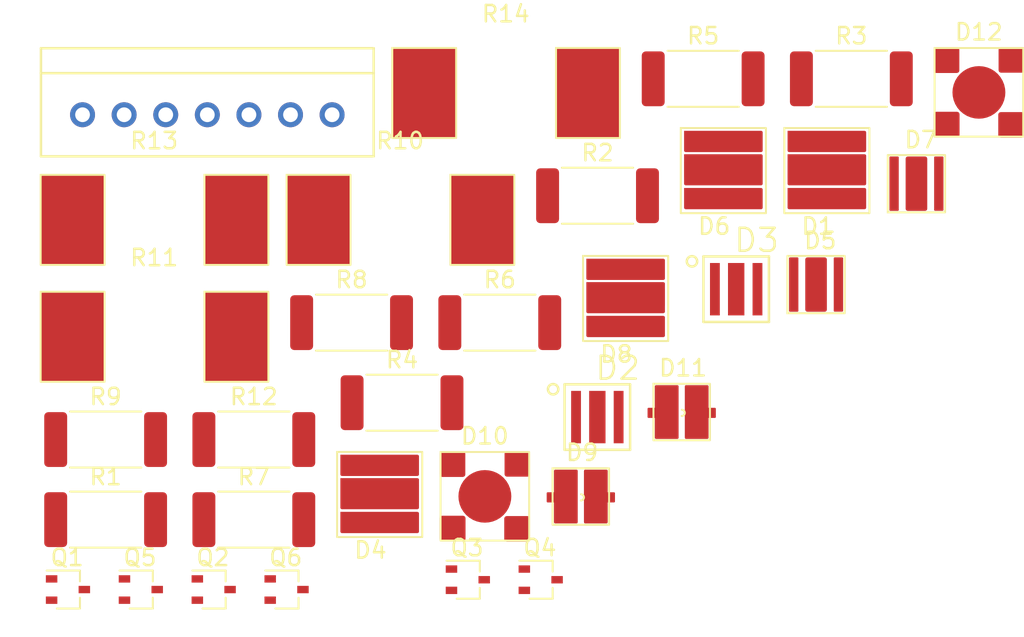
<source format=kicad_pcb>
(kicad_pcb (version 20211014) (generator pcbnew)
  (layers (0 "F.Cu" signal) (31 "B.Cu" signal) (34 "B.Paste" user) (35 "F.Paste" user) (36 "B.SilkS" user "B.Silkscreen") (37 "F.SilkS" user "F.Silkscreen") (38 "B.Mask" user) (39 "F.Mask" user) (44 "Edge.Cuts" user))
  (net 0 "")
  (net 1 "+12V")
  (net 2 "/365nm")
  (net 3 "/310nm")
  (net 4 "/280nm")
  (net 5 "/275nm")
  (net 6 "/260nm")
  (net 7 "GND")
  (net 8 "Net-(D1-Pad1)")
  (net 9 "Net-(D4-Pad1)")
  (net 10 "Net-(D6-Pad1)")
  (net 11 "Net-(D8-Pad1)")
  (net 12 "Net-(D10-Pad1)")
  (net 13 "Net-(D12-Pad1)")
  (net 14 "Net-(Q1-Pad3)")
  (net 15 "Net-(Q2-Pad3)")
  (net 16 "Net-(Q3-Pad3)")
  (net 17 "Net-(Q4-Pad3)")
  (net 18 "Net-(Q5-Pad3)")
  (net 19 "Net-(D2-Pad1)")
  (net 20 "Net-(D3-Pad1)")
  (net 21 "Net-(D5-Pad1)")
  (net 22 "Net-(D7-Pad1)")
  (net 23 "Net-(D9-Pad1)")
  (net 24 "Net-(R10-Pad2)")
  (net 25 "Net-(D11-Pad1)")
  (net 26 "Net-(R13-Pad2)")
  (footprint "MRDT_Devices:310nm" (layer "F.Cu") (at 198.341 106.625)
    (fp_text reference "D6" (at 0 -0.5 unlocked) (layer "F.SilkS"))
    (fp_text value "310nm")
    (fp_rect (start -1.74 -6.23) (end 2.86 -5.13) (layer "F.Cu") (width 0.2) (fill none))
    (fp_rect (start -1.74 -4.8) (end 2.86 -3.1) (layer "F.Cu") (width 0.2) (fill none))
    (fp_rect (start -1.74 -2.74) (end 2.86 -1.64) (layer "F.Cu") (width 0.2) (fill none))
    (fp_rect (start -2.04 -6.5) (end 3.16 -1.3) (layer "F.SilkS") (width 0.12) (fill none))
    (pad "1" smd roundrect (at 0.53 -5.69) (size 4.6515 1.136) (layers "F.Cu" "F.Paste" "F.Mask") (net 10 "Net-(D6-Pad1)"))
    (pad "2" smd roundrect (at 0.56 -2.17) (size 4.6965 1.201) (layers "F.Cu" "F.Paste" "F.Mask") (net 1 "+12V"))
    (pad "3" smd roundrect (at 0.56 -3.96) (size 4.76 1.83) (layers "F.Cu" "F.Paste" "F.Mask"))
  )
  (footprint "MRDT_Devices:275nm LED" (layer "F.Cu") (at 210.621 103.415)
    (fp_text reference "D7" (at 0.33 -2.57 unlocked) (layer "F.SilkS"))
    (fp_text value "275nm")
    (fp_rect (start -1.68 1.86) (end 1.82 -1.64) (layer "F.SilkS") (width 0.12) (fill none))
    (pad "+" smd roundrect (at 1.435 0.10775) (size 0.57 3.3155) (layers "F.Cu" "F.Paste" "F.Mask") (roundrect_rratio 0.1))
    (pad "-" smd roundrect (at -1.295 0.11) (size 0.57 3.32) (layers "F.Cu" "F.Paste" "F.Mask") (roundrect_rratio 0.1))
    (pad "ESD" smd roundrect (at 0.07 0.11) (size 1.32 3.32) (layers "F.Cu" "F.Paste" "F.Mask") (roundrect_rratio 0.1))
  )
  (footprint "Resistor_SMD:R_2512_6332Metric_Pad1.40x3.35mm_HandSolder" (layer "F.Cu") (at 185.246 112.01)
    (fp_text reference "R6" (at 0 -2.62) (layer "F.SilkS"))
    (fp_text value "150")
    (fp_line (start -2.177064 1.71) (end 2.177064 1.71) (layer "F.SilkS") (width 0.12))
    (fp_line (start -2.177064 -1.71) (end 2.177064 -1.71) (layer "F.SilkS") (width 0.12))
    (pad "1" smd roundrect (at -3.05 0) (size 1.4 3.35) (layers "F.Cu" "F.Paste" "F.Mask") (roundrect_rratio 0.178571) (net 10 "Net-(D6-Pad1)"))
    (pad "2" smd roundrect (at 3.05 0) (size 1.4 3.35) (layers "F.Cu" "F.Paste" "F.Mask") (roundrect_rratio 0.178571) (net 15 "Net-(Q2-Pad3)"))
  )
  (footprint "MRDT_Devices:310nm" (layer "F.Cu") (at 177.351 126.405)
    (fp_text reference "D4" (at 0 -0.5 unlocked) (layer "F.SilkS"))
    (fp_text value "310nm")
    (fp_rect (start -1.74 -6.23) (end 2.86 -5.13) (layer "F.Cu") (width 0.2) (fill none))
    (fp_rect (start -1.74 -2.74) (end 2.86 -1.64) (layer "F.Cu") (width 0.2) (fill none))
    (fp_rect (start -1.74 -4.8) (end 2.86 -3.1) (layer "F.Cu") (width 0.2) (fill none))
    (fp_rect (start -2.04 -6.5) (end 3.16 -1.3) (layer "F.SilkS") (width 0.12) (fill none))
    (pad "1" smd roundrect (at 0.53 -5.69) (size 4.6515 1.136) (layers "F.Cu" "F.Paste" "F.Mask") (net 9 "Net-(D4-Pad1)"))
    (pad "2" smd roundrect (at 0.56 -2.17) (size 4.6965 1.201) (layers "F.Cu" "F.Paste" "F.Mask") (net 1 "+12V"))
    (pad "3" smd roundrect (at 0.56 -3.96) (size 4.76 1.83) (layers "F.Cu" "F.Paste" "F.Mask"))
  )
  (footprint "MRDT_Devices:365nm LED" (layer "F.Cu") (at 214.501 97.945)
    (fp_text reference "D12" (at 0 -3.68 unlocked) (layer "F.SilkS"))
    (fp_text value "365nm")
    (fp_rect (start -2.7 -2.705) (end 2.71 2.705) (layer "F.SilkS") (width 0.12) (fill none))
    (pad "1" smd roundrect (at -1.965 -1.965) (size 1.55 1.57) (layers "F.Cu" "F.Paste" "F.Mask") (roundrect_rratio 0.1) (net 13 "Net-(D12-Pad1)"))
    (pad "2" smd roundrect (at 1.9835 -1.979) (size 1.553 1.562) (layers "F.Cu" "F.Paste" "F.Mask") (roundrect_rratio 0.1) (net 1 "+12V"))
    (pad "3" smd roundrect (at 1.9735 1.989) (size 1.573 1.562) (layers "F.Cu" "F.Paste" "F.Mask") (roundrect_rratio 0.1))
    (pad "4" smd roundrect (at -1.9635 1.969) (size 1.573 1.562) (layers "F.Cu" "F.Paste" "F.Mask") (roundrect_rratio 0.1))
    (pad "5" smd roundrect (at 0.005 0.005) (size 3.23 3.21) (layers "F.Cu" "F.Paste" "F.Mask") (roundrect_rratio 0.5))
  )
  (footprint "MRDT_Devices:275nm LED" (layer "F.Cu") (at 204.491 109.575)
    (fp_text reference "D5" (at 0.33 -2.57 unlocked) (layer "F.SilkS"))
    (fp_text value "275nm")
    (fp_rect (start -1.68 1.86) (end 1.82 -1.64) (layer "F.SilkS") (width 0.12) (fill none))
    (pad "+" smd roundrect (at 1.435 0.10775) (size 0.57 3.3155) (layers "F.Cu" "F.Paste" "F.Mask") (roundrect_rratio 0.1))
    (pad "-" smd roundrect (at -1.295 0.11) (size 0.57 3.32) (layers "F.Cu" "F.Paste" "F.Mask") (roundrect_rratio 0.1))
    (pad "ESD" smd roundrect (at 0.07 0.11) (size 1.32 3.32) (layers "F.Cu" "F.Paste" "F.Mask") (roundrect_rratio 0.1))
  )
  (footprint "Resistor_SMD:R_2512_6332Metric_Pad1.40x3.35mm_HandSolder" (layer "F.Cu") (at 191.216 104.26)
    (fp_text reference "R2" (at 0 -2.62) (layer "F.SilkS"))
    (fp_text value "12")
    (fp_line (start -2.177064 -1.71) (end 2.177064 -1.71) (layer "F.SilkS") (width 0.12))
    (fp_line (start -2.177064 1.71) (end 2.177064 1.71) (layer "F.SilkS") (width 0.12))
    (pad "1" smd roundrect (at -3.05 0) (size 1.4 3.35) (layers "F.Cu" "F.Paste" "F.Mask") (roundrect_rratio 0.178571) (net 19 "Net-(D2-Pad1)"))
    (pad "2" smd roundrect (at 3.05 0) (size 1.4 3.35) (layers "F.Cu" "F.Paste" "F.Mask") (roundrect_rratio 0.178571) (net 14 "Net-(Q1-Pad3)"))
  )
  (footprint "Package_TO_SOT_SMD:SOT-323_SC-70" (layer "F.Cu") (at 187.746 127.71)
    (fp_text reference "Q4" (at -0.05 -1.95) (layer "F.SilkS"))
    (fp_text value "BSS214NW")
    (fp_line (start -0.68 1.16) (end 0.73 1.16) (layer "F.SilkS") (width 0.12))
    (fp_line (start 0.73 0.5) (end 0.73 1.16) (layer "F.SilkS") (width 0.12))
    (fp_line (start 0.73 -1.16) (end 0.73 -0.5) (layer "F.SilkS") (width 0.12))
    (fp_line (start 0.73 -1.16) (end -1.3 -1.16) (layer "F.SilkS") (width 0.12))
    (pad "1" smd rect (at -1 -0.65 270) (size 0.45 0.7) (layers "F.Cu" "F.Paste" "F.Mask") (net 4 "/280nm"))
    (pad "2" smd rect (at -1 0.65 270) (size 0.45 0.7) (layers "F.Cu" "F.Paste" "F.Mask") (net 7 "GND"))
    (pad "3" smd rect (at 1 0 270) (size 0.45 0.7) (layers "F.Cu" "F.Paste" "F.Mask") (net 17 "Net-(Q4-Pad3)"))
  )
  (footprint "Resistor_SMD:R_2512_6332Metric_Pad1.40x3.35mm_HandSolder" (layer "F.Cu") (at 179.276 116.9)
    (fp_text reference "R4" (at 0 -2.62) (layer "F.SilkS"))
    (fp_text value "150")
    (fp_line (start -2.177064 -1.71) (end 2.177064 -1.71) (layer "F.SilkS") (width 0.12))
    (fp_line (start -2.177064 1.71) (end 2.177064 1.71) (layer "F.SilkS") (width 0.12))
    (pad "1" smd roundrect (at -3.05 0) (size 1.4 3.35) (layers "F.Cu" "F.Paste" "F.Mask") (roundrect_rratio 0.178571) (net 9 "Net-(D4-Pad1)"))
    (pad "2" smd roundrect (at 3.05 0) (size 1.4 3.35) (layers "F.Cu" "F.Paste" "F.Mask") (roundrect_rratio 0.178571) (net 15 "Net-(Q2-Pad3)"))
  )
  (footprint "Package_TO_SOT_SMD:SOT-323_SC-70" (layer "F.Cu") (at 167.776 128.31)
    (fp_text reference "Q2" (at -0.05 -1.95) (layer "F.SilkS"))
    (fp_text value "BSS214NW")
    (fp_line (start 0.73 -1.16) (end -1.3 -1.16) (layer "F.SilkS") (width 0.12))
    (fp_line (start -0.68 1.16) (end 0.73 1.16) (layer "F.SilkS") (width 0.12))
    (fp_line (start 0.73 0.5) (end 0.73 1.16) (layer "F.SilkS") (width 0.12))
    (fp_line (start 0.73 -1.16) (end 0.73 -0.5) (layer "F.SilkS") (width 0.12))
    (pad "1" smd rect (at -1 -0.65 270) (size 0.45 0.7) (layers "F.Cu" "F.Paste" "F.Mask") (net 3 "/310nm"))
    (pad "2" smd rect (at -1 0.65 270) (size 0.45 0.7) (layers "F.Cu" "F.Paste" "F.Mask") (net 7 "GND"))
    (pad "3" smd rect (at 1 0 270) (size 0.45 0.7) (layers "F.Cu" "F.Paste" "F.Mask") (net 15 "Net-(Q2-Pad3)"))
  )
  (footprint "Package_TO_SOT_SMD:SOT-323_SC-70" (layer "F.Cu") (at 183.296 127.71)
    (fp_text reference "Q3" (at -0.05 -1.95) (layer "F.SilkS"))
    (fp_text value "BSS214NW")
    (fp_line (start 0.73 -1.16) (end 0.73 -0.5) (layer "F.SilkS") (width 0.12))
    (fp_line (start 0.73 0.5) (end 0.73 1.16) (layer "F.SilkS") (width 0.12))
    (fp_line (start -0.68 1.16) (end 0.73 1.16) (layer "F.SilkS") (width 0.12))
    (fp_line (start 0.73 -1.16) (end -1.3 -1.16) (layer "F.SilkS") (width 0.12))
    (pad "1" smd rect (at -1 -0.65 270) (size 0.45 0.7) (layers "F.Cu" "F.Paste" "F.Mask") (net 5 "/275nm"))
    (pad "2" smd rect (at -1 0.65 270) (size 0.45 0.7) (layers "F.Cu" "F.Paste" "F.Mask") (net 7 "GND"))
    (pad "3" smd rect (at 1 0 270) (size 0.45 0.7) (layers "F.Cu" "F.Paste" "F.Mask") (net 16 "Net-(Q3-Pad3)"))
  )
  (footprint "MRDT_Devices:365nm LED" (layer "F.Cu") (at 184.331 122.615)
    (fp_text reference "D10" (at 0 -3.68 unlocked) (layer "F.SilkS"))
    (fp_text value "365nm")
    (fp_rect (start -2.7 -2.705) (end 2.71 2.705) (layer "F.SilkS") (width 0.12) (fill none))
    (pad "1" smd roundrect (at -1.965 -1.965) (size 1.55 1.57) (layers "F.Cu" "F.Paste" "F.Mask") (roundrect_rratio 0.1) (net 12 "Net-(D10-Pad1)"))
    (pad "2" smd roundrect (at 1.9835 -1.979) (size 1.553 1.562) (layers "F.Cu" "F.Paste" "F.Mask") (roundrect_rratio 0.1) (net 1 "+12V"))
    (pad "3" smd roundrect (at 1.9735 1.989) (size 1.573 1.562) (layers "F.Cu" "F.Paste" "F.Mask") (roundrect_rratio 0.1))
    (pad "4" smd roundrect (at -1.9635 1.969) (size 1.573 1.562) (layers "F.Cu" "F.Paste" "F.Mask") (roundrect_rratio 0.1))
    (pad "5" smd roundrect (at 0.005 0.005) (size 3.23 3.21) (layers "F.Cu" "F.Paste" "F.Mask") (roundrect_rratio 0.5))
  )
  (footprint "MRDT_Devices:310nm" (layer "F.Cu") (at 192.371 114.435)
    (fp_text reference "D8" (at 0 -0.5 unlocked) (layer "F.SilkS"))
    (fp_text value "310nm")
    (fp_rect (start -1.74 -2.74) (end 2.86 -1.64) (layer "F.Cu") (width 0.2) (fill none))
    (fp_rect (start -1.74 -6.23) (end 2.86 -5.13) (layer "F.Cu") (width 0.2) (fill none))
    (fp_rect (start -1.74 -4.8) (end 2.86 -3.1) (layer "F.Cu") (width 0.2) (fill none))
    (fp_rect (start -2.04 -6.5) (end 3.16 -1.3) (layer "F.SilkS") (width 0.12) (fill none))
    (pad "1" smd roundrect (at 0.53 -5.69) (size 4.6515 1.136) (layers "F.Cu" "F.Paste" "F.Mask") (net 11 "Net-(D8-Pad1)"))
    (pad "2" smd roundrect (at 0.56 -2.17) (size 4.6965 1.201) (layers "F.Cu" "F.Paste" "F.Mask") (net 1 "+12V"))
    (pad "3" smd roundrect (at 0.56 -3.96) (size 4.76 1.83) (layers "F.Cu" "F.Paste" "F.Mask"))
  )
  (footprint "MRDT_Devices:280nm" (layer "F.Cu") (at 196.356 117.52)
    (fp_text reference "D11" (at 0.08 -2.74 unlocked) (layer "F.SilkS"))
    (fp_text value "280nm")
    (fp_rect (start -1.725 -1.775) (end 1.725 1.675) (layer "F.SilkS") (width 0.12) (fill none))
    (fp_arc (start 0.01 -0.19) (mid 0.190064 0.00487) (end 0 0.19) (layer "F.SilkS") (width 0.12))
    (pad "1" smd roundrect (at -0.915 -0.05) (size 1.45 3.28) (layers "F.Cu" "F.Paste" "F.Mask") (roundrect_rratio 0.05))
    (pad "2" smd roundrect (at 0.915 -0.05) (size 1.45 3.28) (layers "F.Cu" "F.Paste" "F.Mask") (roundrect_rratio 0.05))
    (pad "3" smd roundrect (at 1.8 0) (size 0.57 0.62) (layers "F.Cu" "F.Paste" "F.Mask") (roundrect_rratio 0.1))
    (pad "3" smd roundrect (at -1.8 0) (size 0.57 0.62) (layers "F.Cu" "F.Paste" "F.Mask") (roundrect_rratio 0.1))
  )
  (footprint "Package_TO_SOT_SMD:SOT-323_SC-70" (layer "F.Cu") (at 158.876 128.31)
    (fp_text reference "Q1" (at -0.05 -1.95) (layer "F.SilkS"))
    (fp_text value "BSS214NW")
    (fp_line (start -0.68 1.16) (end 0.73 1.16) (layer "F.SilkS") (width 0.12))
    (fp_line (start 0.73 -1.16) (end -1.3 -1.16) (layer "F.SilkS") (width 0.12))
    (fp_line (start 0.73 -1.16) (end 0.73 -0.5) (layer "F.SilkS") (width 0.12))
    (fp_line (start 0.73 0.5) (end 0.73 1.16) (layer "F.SilkS") (width 0.12))
    (pad "1" smd rect (at -1 -0.65 270) (size 0.45 0.7) (layers "F.Cu" "F.Paste" "F.Mask") (net 6 "/260nm"))
    (pad "2" smd rect (at -1 0.65 270) (size 0.45 0.7) (layers "F.Cu" "F.Paste" "F.Mask") (net 7 "GND"))
    (pad "3" smd rect (at 1 0 270) (size 0.45 0.7) (layers "F.Cu" "F.Paste" "F.Mask") (net 14 "Net-(Q1-Pad3)"))
  )
  (footprint "MRDT_Devices:280nm" (layer "F.Cu") (at 190.196 122.68)
    (fp_text reference "D9" (at 0.08 -2.74 unlocked) (layer "F.SilkS"))
    (fp_text value "280nm")
    (fp_rect (start -1.725 -1.775) (end 1.725 1.675) (layer "F.SilkS") (width 0.12) (fill none))
    (fp_arc (start 0.01 -0.19) (mid 0.190064 0.00487) (end 0 0.19) (layer "F.SilkS") (width 0.12))
    (pad "+" smd roundrect (at -0.915 -0.05) (size 1.45 3.28) (layers "F.Cu" "F.Paste" "F.Mask") (roundrect_rratio 0.05))
    (pad "-" smd roundrect (at 0.915 -0.05) (size 1.45 3.28) (layers "F.Cu" "F.Paste" "F.Mask") (roundrect_rratio 0.05))
    (pad "3" smd roundrect (at -1.8 0) (size 0.57 0.62) (layers "F.Cu" "F.Paste" "F.Mask") (roundrect_rratio 0.1))
    (pad "3" smd roundrect (at 1.8 0) (size 0.57 0.62) (layers "F.Cu" "F.Paste" "F.Mask") (roundrect_rratio 0.1))
  )
  (footprint "MRDT_Devices:Stupid 4 Ohm Resistor" (layer "F.Cu") (at 164.161 115.955)
    (fp_text reference "R11" (at -0.02 -7.91 unlocked) (layer "F.SilkS"))
    (fp_text value "4")
    (fp_rect (start 3.05 -5.83) (end 6.95 -0.33) (layer "F.SilkS") (width 0.12) (fill none))
    (fp_rect (start -6.95 -5.83) (end -3.05 -0.33) (layer "F.SilkS") (width 0.12) (fill none))
    (pad "1" smd roundrect (at -4.98 -3.08) (size 3.92 5.5) (layers "F.Cu" "F.Paste" "F.Mask") (roundrect_rratio 0.05) (net 24 "Net-(R10-Pad2)"))
    (pad "2" smd roundrect (at 5 -3.065) (size 3.92 5.51) (layers "F.Cu" "F.Paste" "F.Mask") (roundrect_rratio 0.05) (net 18 "Net-(Q5-Pad3)"))
  )
  (footprint "MRDT_Devices:Stupid 4 Ohm Resistor" (layer "F.Cu") (at 185.631 101.065)
    (fp_text reference "R14" (at -0.02 -7.91 unlocked) (layer "F.SilkS"))
    (fp_text value "4")
    (fp_rect (start 3.05 -5.83) (end 6.95 -0.33) (layer "F.SilkS") (width 0.12) (fill none))
    (fp_rect (start -6.95 -5.83) (end -3.05 -0.33) (layer "F.SilkS") (width 0.12) (fill none))
    (pad "1" smd roundrect (at -4.98 -3.08) (size 3.92 5.5) (layers "F.Cu" "F.Paste" "F.Mask") (roundrect_rratio 0.05) (net 26 "Net-(R13-Pad2)"))
    (pad "2" smd roundrect (at 5 -3.065) (size 3.92 5.51) (layers "F.Cu" "F.Paste" "F.Mask") (roundrect_rratio 0.05) (net 18 "Net-(Q5-Pad3)"))
  )
  (footprint "Resistor_SMD:R_2512_6332Metric_Pad1.40x3.35mm_HandSolder" (layer "F.Cu") (at 176.196 112.01)
    (fp_text reference "R8" (at 0 -2.62) (layer "F.SilkS"))
    (fp_text value "150")
    (fp_line (start -2.177064 1.71) (end 2.177064 1.71) (layer "F.SilkS") (width 0.12))
    (fp_line (start -2.177064 -1.71) (end 2.177064 -1.71) (layer "F.SilkS") (width 0.12))
    (pad "1" smd roundrect (at -3.05 0) (size 1.4 3.35) (layers "F.Cu" "F.Paste" "F.Mask") (roundrect_rratio 0.178571) (net 11 "Net-(D8-Pad1)"))
    (pad "2" smd roundrect (at 3.05 0) (size 1.4 3.35) (layers "F.Cu" "F.Paste" "F.Mask") (roundrect_rratio 0.178571) (net 15 "Net-(Q2-Pad3)"))
  )
  (footprint "MRDT_Devices:310nm" (layer "F.Cu") (at 204.661 106.625)
    (fp_text reference "D1" (at 0 -0.5 unlocked) (layer "F.SilkS"))
    (fp_text value "310nm")
    (fp_rect (start -1.74 -6.23) (end 2.86 -5.13) (layer "F.Cu") (width 0.2) (fill none))
    (fp_rect (start -1.74 -2.74) (end 2.86 -1.64) (layer "F.Cu") (width 0.2) (fill none))
    (fp_rect (start -1.74 -4.8) (end 2.86 -3.1) (layer "F.Cu") (width 0.2) (fill none))
    (fp_rect (start -2.04 -6.5) (end 3.16 -1.3) (layer "F.SilkS") (width 0.12) (fill none))
    (pad "1" smd roundrect (at 0.53 -5.69) (size 4.6515 1.136) (layers "F.Cu" "F.Paste" "F.Mask") (net 8 "Net-(D1-Pad1)"))
    (pad "2" smd roundrect (at 0.56 -2.17) (size 4.6965 1.201) (layers "F.Cu" "F.Paste" "F.Mask") (net 1 "+12V"))
    (pad "3" smd roundrect (at 0.56 -3.96) (size 4.76 1.83) (layers "F.Cu" "F.Paste" "F.Mask"))
  )
  (footprint "KL265-50W-SM-WD Footprint:3535" (layer "F.Cu") (at 191.203425 117.777425)
    (fp_text reference "D2" (at 1.245 -2.989) (layer "F.SilkS") (effects (font (size 1.4 1.4))))
    (fp_text value "265nm")
    (fp_line (start -2 2) (end -2 -2) (layer "F.SilkS") (width 0.1524))
    (fp_line (start 2 -2) (end 2 2) (layer "F.SilkS") (width 0.1524))
    (fp_line (start -2 -2) (end 2 -2) (layer "F.SilkS") (width 0.1524))
    (fp_line (start 2 2) (end -2 2) (layer "F.SilkS") (width 0.1524))
    (fp_circle (center -2.7 -1.7) (end -2.383775 -1.7) (layer "F.SilkS") (width 0.1524) (fill none))
    (pad "+" smd rect locked (at 1.3 0) (size 0.6 3.2) (layers "F.Cu" "F.Paste" "F.Mask"))
    (pad "-" smd rect locked (at -1.3 0) (size 0.6 3.2) (layers "F.Cu" "F.Paste" "F.Mask"))
    (pad "THERM" smd rect locked (at 0 0) (size 1 3.2) (layers "F.Cu" "F.Paste" "F.Mask"))
  )
  (footprint "MRDT_Connectors:MOLEX_SL_07_Vertical" (layer "F.Cu") (at 159.766 99.314)
    (fp_text reference "Conn1" hide)
    (fp_text value "Molex_SL_07")
    (fp_line (start 17.78 -4.064) (end -2.54 -4.064) (layer "F.SilkS") (width 0.15))
    (fp_line (start 17.78 2.54) (end 17.78 -2.54) (layer "F.SilkS") (width 0.15))
    (fp_line (start 17.78 2.54) (end -2.54 2.54) (layer "F.SilkS") (width 0.15))
    (fp_line (start -2.54 -2.54) (end 17.78 -2.54) (layer "F.SilkS") (width 0.15))
    (fp_line (start 17.78 -2.54) (end 17.78 -4.064) (layer "F.SilkS") (width 0.15))
    (fp_line (start -2.54 2.54) (end -2.54 -2.54) (layer "F.SilkS") (width 0.15))
    (fp_line (start -2.54 -4.064) (end -2.54 -2.54) (layer "F.SilkS") (width 0.15))
    (pad "1" thru_hole circle locked (at 0 0) (size 1.524 1.524) (drill 0.9) (layers *.Cu *.Mask) (net 1 "+12V"))
    (pad "2" thru_hole circle locked (at 2.54 0) (size 1.524 1.524) (drill 0.9) (layers *.Cu *.Mask) (net 2 "/365nm"))
    (pad "3" thru_hole circle locked (at 5.08 0) (size 1.524 1.524) (drill 0.9) (layers *.Cu *.Mask) (net 3 "/310nm"))
    (pad "4" thru_hole circle locked (at 7.62 0) (size 1.524 1.524) (drill 0.9) (layers *.Cu *.Mask) (net 4 "/280nm"))
    (pad "5" thru_hole circle locked (at 10.16 0) (size 1.524 1.524) (drill 0.9) (layers *.Cu *.Mask) (net 5 "/275nm"))
    (pad "6" thru_hole circle locked (at 12.7 0) (size 1.524 1.524) (drill 0.9) (layers *.Cu *.Mask) (net 6 "/260nm"))
    (pad "7" thru_hole circle locked (at 15.24 0) (size 1.524 1.524) (drill 0.9) (layers *.Cu *.Mask) (net 7 "GND"))
  )
  (footprint "Resistor_SMD:R_2512_6332Metric_Pad1.40x3.35mm_HandSolder" (layer "F.Cu") (at 170.226 119.15)
    (fp_text reference "R12" (at 0 -2.62) (layer "F.SilkS"))
    (fp_text value "235")
    (fp_line (start -2.177064 -1.71) (end 2.177064 -1.71) (layer "F.SilkS") (width 0.12))
    (fp_line (start -2.177064 1.71) (end 2.177064 1.71) (layer "F.SilkS") (width 0.12))
    (pad "1" smd roundrect (at -3.05 0) (size 1.4 3.35) (layers "F.Cu" "F.Paste" "F.Mask") (roundrect_rratio 0.178571) (net 25 "Net-(D11-Pad1)"))
    (pad "2" smd roundrect (at 3.05 0) (size 1.4 3.35) (layers "F.Cu" "F.Paste" "F.Mask") (roundrect_rratio 0.178571) (net 17 "Net-(Q4-Pad3)"))
  )
  (footprint "Resistor_SMD:R_2512_6332Metric_Pad1.40x3.35mm_HandSolder" (layer "F.Cu") (at 197.666 97.12)
    (fp_text reference "R5" (at 0 -2.62) (layer "F.SilkS"))
    (fp_text value "41")
    (fp_line (start -2.177064 1.71) (end 2.177064 1.71) (layer "F.SilkS") (width 0.12))
    (fp_line (start -2.177064 -1.71) (end 2.177064 -1.71) (layer "F.SilkS") (width 0.12))
    (pad "1" smd roundrect (at -3.05 0) (size 1.4 3.35) (layers "F.Cu" "F.Paste" "F.Mask") (roundrect_rratio 0.178571) (net 21 "Net-(D5-Pad1)"))
    (pad "2" smd roundrect (at 3.05 0) (size 1.4 3.35) (layers "F.Cu" "F.Paste" "F.Mask") (roundrect_rratio 0.178571) (net 16 "Net-(Q3-Pad3)"))
  )
  (footprint "Resistor_SMD:R_2512_6332Metric_Pad1.40x3.35mm_HandSolder" (layer "F.Cu") (at 170.226 124.04)
    (fp_text reference "R7" (at 0 -2.62) (layer "F.SilkS"))
    (fp_text value "41")
    (fp_line (start -2.177064 -1.71) (end 2.177064 -1.71) (layer "F.SilkS") (width 0.12))
    (fp_line (start -2.177064 1.71) (end 2.177064 1.71) (layer "F.SilkS") (width 0.12))
    (pad "1" smd roundrect (at -3.05 0) (size 1.4 3.35) (layers "F.Cu" "F.Paste" "F.Mask") (roundrect_rratio 0.178571) (net 22 "Net-(D7-Pad1)"))
    (pad "2" smd roundrect (at 3.05 0) (size 1.4 3.35) (layers "F.Cu" "F.Paste" "F.Mask") (roundrect_rratio 0.178571) (net 16 "Net-(Q3-Pad3)"))
  )
  (footprint "Package_TO_SOT_SMD:SOT-323_SC-70" (layer "F.Cu") (at 163.326 128.31)
    (fp_text reference "Q5" (at -0.05 -1.95) (layer "F.SilkS"))
    (fp_text value "BSS214NW")
    (fp_line (start 0.73 -1.16) (end 0.73 -0.5) (layer "F.SilkS") (width 0.12))
    (fp_line (start 0.73 -1.16) (end -1.3 -1.16) (layer "F.SilkS") (width 0.12))
    (fp_line (start 0.73 0.5) (end 0.73 1.16) (layer "F.SilkS") (width 0.12))
    (fp_line (start -0.68 1.16) (end 0.73 1.16) (layer "F.SilkS") (width 0.12))
    (pad "1" smd rect (at -1 -0.65 270) (size 0.45 0.7) (layers "F.Cu" "F.Paste" "F.Mask") (net 2 "/365nm"))
    (pad "2" smd rect (at -1 0.65 270) (size 0.45 0.7) (layers "F.Cu" "F.Paste" "F.Mask") (net 7 "GND"))
    (pad "3" smd rect (at 1 0 270) (size 0.45 0.7) (layers "F.Cu" "F.Paste" "F.Mask") (net 18 "Net-(Q5-Pad3)"))
  )
  (footprint "Resistor_SMD:R_2512_6332Metric_Pad1.40x3.35mm_HandSolder" (layer "F.Cu") (at 161.176 119.15)
    (fp_text reference "R9" (at 0 -2.62) (layer "F.SilkS"))
    (fp_text value "235")
    (fp_line (start -2.177064 1.71) (end 2.177064 1.71) (layer "F.SilkS") (width 0.12))
    (fp_line (start -2.177064 -1.71) (end 2.177064 -1.71) (layer "F.SilkS") (width 0.12))
    (pad "1" smd roundrect (at -3.05 0) (size 1.4 3.35) (layers "F.Cu" "F.Paste" "F.Mask") (roundrect_rratio 0.178571) (net 23 "Net-(D9-Pad1)"))
    (pad "2" smd roundrect (at 3.05 0) (size 1.4 3.35) (layers "F.Cu" "F.Paste" "F.Mask") (roundrect_rratio 0.178571) (net 17 "Net-(Q4-Pad3)"))
  )
  (footprint "KL265-50W-SM-WD Footprint:3535" (layer "F.Cu") (at 199.683425 109.967425)
    (fp_text reference "D3" (at 1.245 -2.989) (layer "F.SilkS") (effects (font (size 1.4 1.4))))
    (fp_text value "265nm")
    (fp_line (start -2 2) (end -2 -2) (layer "F.SilkS") (width 0.1524))
    (fp_line (start 2 2) (end -2 2) (layer "F.SilkS") (width 0.1524))
    (fp_line (start -2 -2) (end 2 -2) (layer "F.SilkS") (width 0.1524))
    (fp_line (start 2 -2) (end 2 2) (layer "F.SilkS") (width 0.1524))
    (fp_circle (center -2.7 -1.7) (end -2.383775 -1.7) (layer "F.SilkS") (width 0.1524) (fill none))
    (pad "+" smd rect locked (at 1.3 0) (size 0.6 3.2) (layers "F.Cu" "F.Paste" "F.Mask"))
    (pad "-" smd rect locked (at -1.3 0) (size 0.6 3.2) (layers "F.Cu" "F.Paste" "F.Mask"))
    (pad "THERM" smd rect locked (at 0 0) (size 1 3.2) (layers "F.Cu" "F.Paste" "F.Mask"))
  )
  (footprint "MRDT_Devices:Stupid 4 Ohm Resistor" (layer "F.Cu") (at 164.161 108.815)
    (fp_text reference "R13" (at -0.02 -7.91 unlocked) (layer "F.SilkS"))
    (fp_text value "4")
    (fp_rect (start 3.05 -5.83) (end 6.95 -0.33) (layer "F.SilkS") (width 0.12) (fill none))
    (fp_rect (start -6.95 -5.83) (end -3.05 -0.33) (layer "F.SilkS") (width 0.12) (fill none))
    (pad "1" smd roundrect (at -4.98 -3.08) (size 3.92 5.5) (layers "F.Cu" "F.Paste" "F.Mask") (roundrect_rratio 0.05) (net 13 "Net-(D12-Pad1)"))
    (pad "2" smd roundrect (at 5 -3.065) (size 3.92 5.51) (layers "F.Cu" "F.Paste" "F.Mask") (roundrect_rratio 0.05) (net 26 "Net-(R13-Pad2)"))
  )
  (footprint "Package_TO_SOT_SMD:SOT-323_SC-70" (layer "F.Cu") (at 172.226 128.31)
    (fp_text reference "Q6" (at -0.05 -1.95) (layer "F.SilkS"))
    (fp_text value "BSS214NW")
    (fp_line (start 0.73 -1.16) (end -1.3 -1.16) (layer "F.SilkS") (width 0.12))
    (fp_line (start 0.73 0.5) (end 0.73 1.16) (layer "F.SilkS") (width 0.12))
    (fp_line (start -0.68 1.16) (end 0.73 1.16) (layer "F.SilkS") (width 0.12))
    (fp_line (start 0.73 -1.16) (end 0.73 -0.5) (layer "F.SilkS") (width 0.12))
    (pad "1" smd rect (at -1 -0.65 270) (size 0.45 0.7) (layers "F.Cu" "F.Paste" "F.Mask") (net 2 "/365nm"))
    (pad "2" smd rect (at -1 0.65 270) (size 0.45 0.7) (layers "F.Cu" "F.Paste" "F.Mask") (net 7 "GND"))
    (pad "3" smd rect (at 1 0 270) (size 0.45 0.7) (layers "F.Cu" "F.Paste" "F.Mask") (net 18 "Net-(Q5-Pad3)"))
  )
  (footprint "MRDT_Devices:Stupid 4 Ohm Resistor" (layer "F.Cu") (at 179.181 108.815)
    (fp_text reference "R10" (at -0.02 -7.91 unlocked) (layer "F.SilkS"))
    (fp_text value "4")
    (fp_rect (start -6.95 -5.83) (end -3.05 -0.33) (layer "F.SilkS") (width 0.12) (fill none))
    (fp_rect (start 3.05 -5.83) (end 6.95 -0.33) (layer "F.SilkS") (width 0.12) (fill none))
    (pad "1" smd roundrect (at -4.98 -3.08) (size 3.92 5.5) (layers "F.Cu" "F.Paste" "F.Mask") (roundrect_rratio 0.05) (net 12 "Net-(D10-Pad1)"))
    (pad "2" smd roundrect (at 5 -3.065) (size 3.92 5.51) (layers "F.Cu" "F.Paste" "F.Mask") (roundrect_rratio 0.05) (net 24 "Net-(R10-Pad2)"))
  )
  (footprint "Resistor_SMD:R_2512_6332Metric_Pad1.40x3.35mm_HandSolder" (layer "F.Cu") (at 206.716 97.12)
    (fp_text reference "R3" (at 0 -2.62) (layer "F.SilkS"))
    (fp_text value "12")
    (fp_line (start -2.177064 -1.71) (end 2.177064 -1.71) (layer "F.SilkS") (width 0.12))
    (fp_line (start -2.177064 1.71) (end 2.177064 1.71) (layer "F.SilkS") (width 0.12))
    (pad "1" smd roundrect (at -3.05 0) (size 1.4 3.35) (layers "F.Cu" "F.Paste" "F.Mask") (roundrect_rratio 0.178571) (net 20 "Net-(D3-Pad1)"))
    (pad "2" smd roundrect (at 3.05 0) (size 1.4 3.35) (layers "F.Cu" "F.Paste" "F.Mask") (roundrect_rratio 0.178571) (net 14 "Net-(Q1-Pad3)"))
  )
  (footprint "Resistor_SMD:R_2512_6332Metric_Pad1.40x3.35mm_HandSolder" (layer "F.Cu") (at 161.176 124.04)
    (fp_text reference "R1" (at 0 -2.62) (layer "F.SilkS"))
    (fp_text value "250")
    (fp_line (start -2.177064 -1.71) (end 2.177064 -1.71) (layer "F.SilkS") (width 0.12))
    (fp_line (start -2.177064 1.71) (end 2.177064 1.71) (layer "F.SilkS") (width 0.12))
    (pad "1" smd roundrect (at -3.05 0) (size 1.4 3.35) (layers "F.Cu" "F.Paste" "F.Mask") (roundrect_rratio 0.178571) (net 8 "Net-(D1-Pad1)"))
    (pad "2" smd roundrect (at 3.05 0) (size 1.4 3.35) (layers "F.Cu" "F.Paste" "F.Mask") (roundrect_rratio 0.178571) (net 15 "Net-(Q2-Pad3)"))
  )
)
</source>
